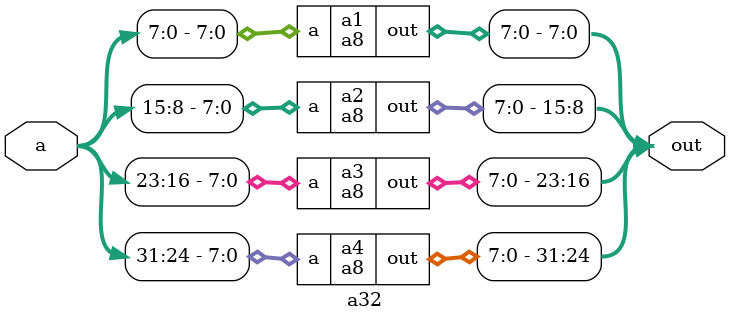
<source format=v>
`timescale 1ns / 1ps

module a8(
    input [7:0] a,
    output [7:0] out
    );
    assign out[0] = a[0];
    assign out[1] = a[1];
    assign out[2] = a[2];
    assign out[3] = a[3];
    assign out[4] = a[4];
    assign out[5] = a[5];
    assign out[6] = a[6];
    assign out[7] = a[7];
endmodule

module a32(
    input [31:0] a,
    output [31:0] out
    );
    a8 a1(a[7:0], out[7:0]);
    a8 a2(a[15:8], out[15:8]);
    a8 a3(a[23:16], out[23:16]);
    a8 a4(a[31:24], out[31:24]);

endmodule
</source>
